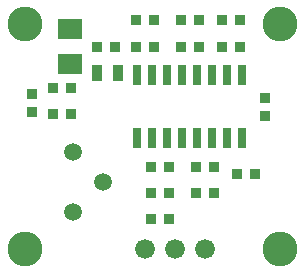
<source format=gts>
G75*
G70*
%OFA0B0*%
%FSLAX24Y24*%
%IPPOS*%
%LPD*%
%AMOC8*
5,1,8,0,0,1.08239X$1,22.5*
%
%ADD10C,0.1162*%
%ADD11R,0.0296X0.0651*%
%ADD12R,0.0360X0.0360*%
%ADD13R,0.0375X0.0532*%
%ADD14C,0.0591*%
%ADD15C,0.0660*%
%ADD16R,0.0847X0.0651*%
D10*
X001650Y001650D03*
X001650Y009150D03*
X010150Y009150D03*
X010150Y001650D03*
D11*
X008900Y005337D03*
X008400Y005337D03*
X007900Y005337D03*
X007400Y005337D03*
X006900Y005337D03*
X006400Y005337D03*
X005900Y005337D03*
X005400Y005337D03*
X005400Y007463D03*
X005900Y007463D03*
X006400Y007463D03*
X006900Y007463D03*
X007400Y007463D03*
X007900Y007463D03*
X008400Y007463D03*
X008900Y007463D03*
D12*
X009650Y006700D03*
X009650Y006100D03*
X007950Y004400D03*
X007350Y004400D03*
X007350Y003525D03*
X007950Y003525D03*
X008725Y004150D03*
X009325Y004150D03*
X006450Y004400D03*
X005850Y004400D03*
X005850Y003525D03*
X006450Y003525D03*
X006450Y002650D03*
X005850Y002650D03*
X003200Y006150D03*
X002600Y006150D03*
X001900Y006225D03*
X001900Y006825D03*
X002600Y007025D03*
X003200Y007025D03*
X004050Y008400D03*
X004650Y008400D03*
X005350Y008400D03*
X005950Y008400D03*
X005950Y009275D03*
X005350Y009275D03*
X006850Y009275D03*
X007450Y009275D03*
X008225Y009275D03*
X008825Y009275D03*
X008825Y008400D03*
X008225Y008400D03*
X007450Y008400D03*
X006850Y008400D03*
D13*
X004754Y007525D03*
X004046Y007525D03*
D14*
X003275Y004900D03*
X004275Y003900D03*
X003275Y002900D03*
D15*
X005650Y001650D03*
X006650Y001650D03*
X007650Y001650D03*
D16*
X003150Y007809D03*
X003150Y008991D03*
M02*

</source>
